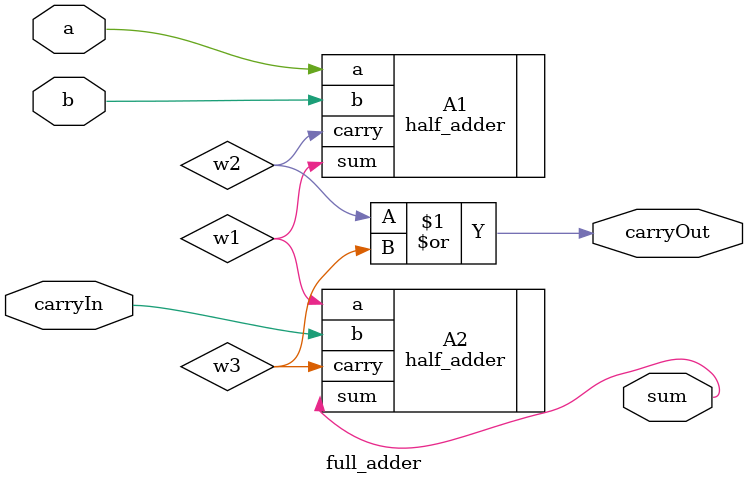
<source format=sv>
`timescale 1ns / 1ps


module full_adder(
   input a,
   input b,
   input carryIn,
   output sum,
   output carryOut
   );
   logic w1, w2, w3;
   
   half_adder A1(.a(a),.b(b),.sum(w1),.carry(w2));
   half_adder A2(.a(w1),.b(carryIn),.sum(sum),.carry(w3));
   or A3(carryOut,w2,w3);
   
endmodule

</source>
